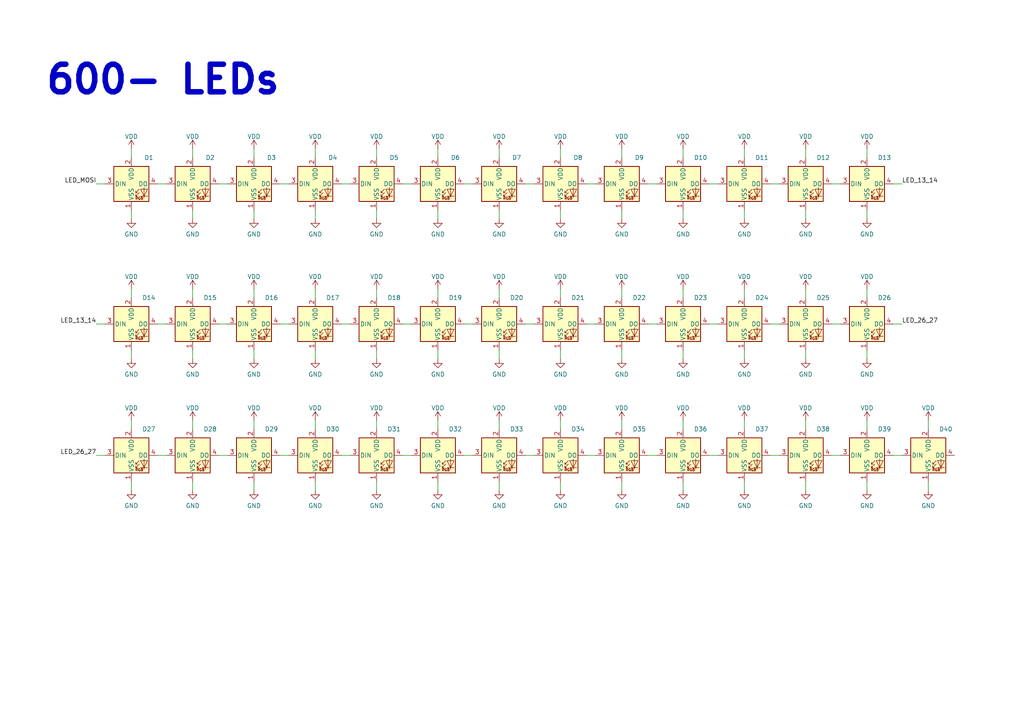
<source format=kicad_sch>
(kicad_sch (version 20211123) (generator eeschema)
  (paper "A4")
  (lib_symbols
    (symbol "Component lib:YF923_2020_WS2812_LED" (pin_names (offset 0.254))
      (property "Reference" "D" (at 5.08 5.715 0))
      (property "Value" "YF923_2020_WS2812_LED" (at 1.27 -5.715 0))
      (symbol "YF923_2020_WS2812_LED_0_0"
        (text "RGB" (at 2.286 -4.191 0) (effects (font (size 0.762 0.762))))
      )
      (symbol "YF923_2020_WS2812_LED_0_1"
        (polyline (pts (xy 1.27 -3.556) (xy 1.778 -3.556)))
        (polyline (pts (xy 1.27 -2.54) (xy 1.778 -2.54)))
        (polyline (pts (xy 4.699 -3.556) (xy 2.667 -3.556)))
        (polyline (pts (xy 2.286 -2.54) (xy 1.27 -3.556) (xy 1.27 -3.048)))
        (polyline (pts (xy 2.286 -1.524) (xy 1.27 -2.54) (xy 1.27 -2.032)))
        (polyline (pts (xy 3.683 -1.016) (xy 3.683 -3.556) (xy 3.683 -4.064)))
        (polyline (pts (xy 4.699 -1.524) (xy 2.667 -1.524) (xy 3.683 -3.556) (xy 4.699 -1.524)))
        (rectangle (start 5.08 5.08) (end -5.08 -5.08) (stroke (width 0.254)) (fill (type background)))
      )
      (symbol "YF923_2020_WS2812_LED_1_1"
        (pin power_in line (at 0 -7.62 90) (length 2.54) (name "VSS") (number "1"))
        (pin power_in line (at 0 7.62 270) (length 2.54) (name "VDD") (number "2"))
        (pin input line (at -7.62 0 0) (length 2.54) (name "DIN") (number "3"))
        (pin output line (at 7.62 0 180) (length 2.54) (name "DO") (number "4"))
      )
    )
    (symbol "power:GND" (power) (pin_names (offset 0))
      (property "Value" "GND" (at 0 -3.81 0))
      (symbol "GND_0_1"
        (polyline (pts (xy 0 0) (xy 0 -1.27) (xy 1.27 -1.27) (xy 0 -2.54) (xy -1.27 -1.27) (xy 0 -1.27)))
      )
      (symbol "GND_1_1"
        (pin power_in line (at 0 0 270) (length 0) hide (name "GND") (number "1"))
      )
    )
    (symbol "power:VDD" (power) (pin_names (offset 0))
      (property "Value" "VDD" (at 0 3.81 0))
      (symbol "VDD_0_1"
        (polyline (pts (xy -0.762 1.27) (xy 0 2.54)))
        (polyline (pts (xy 0 0) (xy 0 2.54)))
        (polyline (pts (xy 0 2.54) (xy 0.762 1.27)))
      )
      (symbol "VDD_1_1"
        (pin power_in line (at 0 0 90) (length 0) hide (name "VDD") (number "1"))
      )
    )
  )
  (wire (pts (xy 144.78 60.96) (xy 144.78 63.5)))
  (wire (pts (xy 152.4 93.98) (xy 154.94 93.98)))
  (wire (pts (xy 127 83.82) (xy 127 86.36)))
  (wire (pts (xy 241.3 132.08) (xy 243.84 132.08)))
  (wire (pts (xy 91.44 83.82) (xy 91.44 86.36)))
  (wire (pts (xy 38.1 43.18) (xy 38.1 45.72)))
  (wire (pts (xy 233.68 43.18) (xy 233.68 45.72)))
  (wire (pts (xy 127 121.92) (xy 127 124.46)))
  (wire (pts (xy 233.68 121.92) (xy 233.68 124.46)))
  (wire (pts (xy 215.9 83.82) (xy 215.9 86.36)))
  (wire (pts (xy 134.62 53.34) (xy 137.16 53.34)))
  (wire (pts (xy 198.12 83.82) (xy 198.12 86.36)))
  (wire (pts (xy 180.34 121.92) (xy 180.34 124.46)))
  (wire (pts (xy 162.56 139.7) (xy 162.56 142.24)))
  (wire (pts (xy 215.9 43.18) (xy 215.9 45.72)))
  (wire (pts (xy 38.1 60.96) (xy 38.1 63.5)))
  (wire (pts (xy 198.12 101.6) (xy 198.12 104.14)))
  (wire (pts (xy 170.18 132.08) (xy 172.72 132.08)))
  (wire (pts (xy 116.84 93.98) (xy 119.38 93.98)))
  (wire (pts (xy 73.66 101.6) (xy 73.66 104.14)))
  (wire (pts (xy 205.74 93.98) (xy 208.28 93.98)))
  (wire (pts (xy 109.22 60.96) (xy 109.22 63.5)))
  (wire (pts (xy 109.22 139.7) (xy 109.22 142.24)))
  (wire (pts (xy 205.74 53.34) (xy 208.28 53.34)))
  (wire (pts (xy 152.4 132.08) (xy 154.94 132.08)))
  (wire (pts (xy 170.18 93.98) (xy 172.72 93.98)))
  (wire (pts (xy 99.06 132.08) (xy 101.6 132.08)))
  (wire (pts (xy 205.74 132.08) (xy 208.28 132.08)))
  (wire (pts (xy 73.66 60.96) (xy 73.66 63.5)))
  (wire (pts (xy 91.44 60.96) (xy 91.44 63.5)))
  (wire (pts (xy 187.96 53.34) (xy 190.5 53.34)))
  (wire (pts (xy 116.84 132.08) (xy 119.38 132.08)))
  (wire (pts (xy 162.56 43.18) (xy 162.56 45.72)))
  (wire (pts (xy 91.44 139.7) (xy 91.44 142.24)))
  (wire (pts (xy 63.5 53.34) (xy 66.04 53.34)))
  (wire (pts (xy 233.68 83.82) (xy 233.68 86.36)))
  (wire (pts (xy 259.08 93.98) (xy 261.62 93.98)))
  (wire (pts (xy 170.18 53.34) (xy 172.72 53.34)))
  (wire (pts (xy 198.12 121.92) (xy 198.12 124.46)))
  (wire (pts (xy 45.72 93.98) (xy 48.26 93.98)))
  (wire (pts (xy 144.78 121.92) (xy 144.78 124.46)))
  (wire (pts (xy 91.44 43.18) (xy 91.44 45.72)))
  (wire (pts (xy 198.12 139.7) (xy 198.12 142.24)))
  (wire (pts (xy 259.08 132.08) (xy 261.62 132.08)))
  (wire (pts (xy 99.06 53.34) (xy 101.6 53.34)))
  (wire (pts (xy 144.78 83.82) (xy 144.78 86.36)))
  (wire (pts (xy 55.88 101.6) (xy 55.88 104.14)))
  (wire (pts (xy 162.56 121.92) (xy 162.56 124.46)))
  (wire (pts (xy 215.9 101.6) (xy 215.9 104.14)))
  (wire (pts (xy 109.22 121.92) (xy 109.22 124.46)))
  (wire (pts (xy 38.1 83.82) (xy 38.1 86.36)))
  (wire (pts (xy 55.88 83.82) (xy 55.88 86.36)))
  (wire (pts (xy 38.1 139.7) (xy 38.1 142.24)))
  (wire (pts (xy 73.66 121.92) (xy 73.66 124.46)))
  (wire (pts (xy 180.34 43.18) (xy 180.34 45.72)))
  (wire (pts (xy 91.44 121.92) (xy 91.44 124.46)))
  (wire (pts (xy 198.12 60.96) (xy 198.12 63.5)))
  (wire (pts (xy 215.9 139.7) (xy 215.9 142.24)))
  (wire (pts (xy 109.22 83.82) (xy 109.22 86.36)))
  (wire (pts (xy 73.66 43.18) (xy 73.66 45.72)))
  (wire (pts (xy 55.88 60.96) (xy 55.88 63.5)))
  (wire (pts (xy 241.3 53.34) (xy 243.84 53.34)))
  (wire (pts (xy 144.78 139.7) (xy 144.78 142.24)))
  (wire (pts (xy 116.84 53.34) (xy 119.38 53.34)))
  (wire (pts (xy 27.94 132.08) (xy 30.48 132.08)))
  (wire (pts (xy 134.62 132.08) (xy 137.16 132.08)))
  (wire (pts (xy 38.1 121.92) (xy 38.1 124.46)))
  (wire (pts (xy 198.12 43.18) (xy 198.12 45.72)))
  (wire (pts (xy 233.68 101.6) (xy 233.68 104.14)))
  (wire (pts (xy 251.46 60.96) (xy 251.46 63.5)))
  (wire (pts (xy 38.1 101.6) (xy 38.1 104.14)))
  (wire (pts (xy 162.56 60.96) (xy 162.56 63.5)))
  (wire (pts (xy 63.5 132.08) (xy 66.04 132.08)))
  (wire (pts (xy 91.44 101.6) (xy 91.44 104.14)))
  (wire (pts (xy 269.24 121.92) (xy 269.24 124.46)))
  (wire (pts (xy 73.66 83.82) (xy 73.66 86.36)))
  (wire (pts (xy 215.9 60.96) (xy 215.9 63.5)))
  (wire (pts (xy 251.46 139.7) (xy 251.46 142.24)))
  (wire (pts (xy 269.24 139.7) (xy 269.24 142.24)))
  (wire (pts (xy 127 101.6) (xy 127 104.14)))
  (wire (pts (xy 55.88 43.18) (xy 55.88 45.72)))
  (wire (pts (xy 127 60.96) (xy 127 63.5)))
  (wire (pts (xy 109.22 101.6) (xy 109.22 104.14)))
  (wire (pts (xy 81.28 53.34) (xy 83.82 53.34)))
  (wire (pts (xy 233.68 60.96) (xy 233.68 63.5)))
  (wire (pts (xy 180.34 101.6) (xy 180.34 104.14)))
  (wire (pts (xy 187.96 132.08) (xy 190.5 132.08)))
  (wire (pts (xy 63.5 93.98) (xy 66.04 93.98)))
  (wire (pts (xy 233.68 139.7) (xy 233.68 142.24)))
  (wire (pts (xy 187.96 93.98) (xy 190.5 93.98)))
  (wire (pts (xy 99.06 93.98) (xy 101.6 93.98)))
  (wire (pts (xy 162.56 101.6) (xy 162.56 104.14)))
  (wire (pts (xy 241.3 93.98) (xy 243.84 93.98)))
  (wire (pts (xy 45.72 132.08) (xy 48.26 132.08)))
  (wire (pts (xy 162.56 83.82) (xy 162.56 86.36)))
  (wire (pts (xy 27.94 93.98) (xy 30.48 93.98)))
  (wire (pts (xy 27.94 53.34) (xy 30.48 53.34)))
  (wire (pts (xy 223.52 132.08) (xy 226.06 132.08)))
  (wire (pts (xy 127 139.7) (xy 127 142.24)))
  (wire (pts (xy 134.62 93.98) (xy 137.16 93.98)))
  (wire (pts (xy 152.4 53.34) (xy 154.94 53.34)))
  (wire (pts (xy 251.46 121.92) (xy 251.46 124.46)))
  (wire (pts (xy 55.88 139.7) (xy 55.88 142.24)))
  (wire (pts (xy 144.78 43.18) (xy 144.78 45.72)))
  (wire (pts (xy 144.78 101.6) (xy 144.78 104.14)))
  (wire (pts (xy 259.08 53.34) (xy 261.62 53.34)))
  (wire (pts (xy 45.72 53.34) (xy 48.26 53.34)))
  (wire (pts (xy 180.34 139.7) (xy 180.34 142.24)))
  (wire (pts (xy 55.88 121.92) (xy 55.88 124.46)))
  (wire (pts (xy 73.66 139.7) (xy 73.66 142.24)))
  (wire (pts (xy 127 43.18) (xy 127 45.72)))
  (wire (pts (xy 180.34 60.96) (xy 180.34 63.5)))
  (wire (pts (xy 251.46 43.18) (xy 251.46 45.72)))
  (wire (pts (xy 251.46 101.6) (xy 251.46 104.14)))
  (wire (pts (xy 251.46 83.82) (xy 251.46 86.36)))
  (wire (pts (xy 223.52 53.34) (xy 226.06 53.34)))
  (wire (pts (xy 81.28 132.08) (xy 83.82 132.08)))
  (wire (pts (xy 180.34 83.82) (xy 180.34 86.36)))
  (wire (pts (xy 223.52 93.98) (xy 226.06 93.98)))
  (wire (pts (xy 215.9 121.92) (xy 215.9 124.46)))
  (wire (pts (xy 81.28 93.98) (xy 83.82 93.98)))
  (wire (pts (xy 109.22 43.18) (xy 109.22 45.72)))
  (text "600- LEDs" (at 12.7 27.94 0) (effects (font (size 8 8) bold) (justify left bottom)))
  (label "LED_13_14" (at 261.62 53.34 0))
  (label "LED_26_27" (at 261.62 93.98 0))
  (label "LED_MOSI" (at 27.94 53.34 180))
  (label "LED_13_14" (at 27.94 93.98 180))
  (label "LED_26_27" (at 27.94 132.08 180))
  (symbol (lib_id "power:VDD") (at 127 121.92 0) (unit 1)
    (property "Reference" "#PWR058" (effects hide))
    (property "Value" "VDD" (at 127 118.3442 0))
  )
  (symbol (lib_id "power:VDD") (at 38.1 121.92 0) (unit 1)
    (property "Reference" "#PWR053" (effects hide))
    (property "Value" "VDD" (at 38.1 118.3442 0))
  )
  (symbol (lib_id "power:GND") (at 144.78 104.14 0) (unit 1)
    (property "Reference" "#PWR046" (effects hide))
    (property "Value" "GND" (at 144.78 108.5834 0))
  )
  (symbol (lib_id "power:VDD") (at 144.78 83.82 0) (unit 1)
    (property "Reference" "#PWR033" (effects hide))
    (property "Value" "VDD" (at 144.78 80.2442 0))
  )
  (symbol (lib_id "power:GND") (at 127 142.24 0) (unit 1)
    (property "Reference" "#PWR072" (effects hide))
    (property "Value" "GND" (at 127 146.6834 0))
  )
  (symbol (lib_id "Component lib:YF923_2020_WS2812_LED") (at 109.22 53.34 0) (unit 1)
    (property "Reference" "D5" (at 114.3 45.72 0))
    (property "Value" "YF923_2020_WS2812_LED" (effects hide))
    (property "Footprint" "Component_lib:YF923_2020_WS2812_LED_DUALSIDE" (effects hide))
    (property "Datasheet" "https://fr.aliexpress.com/item/4000770210584.html?spm=a2g0o.order_list.order_list_main.4.702f5e5bJqEWkF&gatewayAdapt=glo2fra" (effects hide))
  )
  (symbol (lib_id "power:VDD") (at 38.1 43.18 0) (unit 1)
    (property "Reference" "#PWR01" (effects hide))
    (property "Value" "VDD" (at 38.1 39.6042 0))
  )
  (symbol (lib_id "power:GND") (at 73.66 142.24 0) (unit 1)
    (property "Reference" "#PWR069" (effects hide))
    (property "Value" "GND" (at 73.66 146.6834 0))
  )
  (symbol (lib_id "power:VDD") (at 73.66 43.18 0) (unit 1)
    (property "Reference" "#PWR03" (effects hide))
    (property "Value" "VDD" (at 73.66 39.6042 0))
  )
  (symbol (lib_id "power:GND") (at 109.22 142.24 0) (unit 1)
    (property "Reference" "#PWR071" (effects hide))
    (property "Value" "GND" (at 109.22 146.6834 0))
  )
  (symbol (lib_id "power:GND") (at 198.12 142.24 0) (unit 1)
    (property "Reference" "#PWR076" (effects hide))
    (property "Value" "GND" (at 198.12 146.6834 0))
  )
  (symbol (lib_id "Component lib:YF923_2020_WS2812_LED") (at 198.12 53.34 0) (unit 1)
    (property "Reference" "D10" (at 203.2 45.72 0))
    (property "Value" "YF923_2020_WS2812_LED" (effects hide))
    (property "Footprint" "Component_lib:YF923_2020_WS2812_LED_DUALSIDE" (effects hide))
    (property "Datasheet" "https://fr.aliexpress.com/item/4000770210584.html?spm=a2g0o.order_list.order_list_main.4.702f5e5bJqEWkF&gatewayAdapt=glo2fra" (effects hide))
  )
  (symbol (lib_id "Component lib:YF923_2020_WS2812_LED") (at 180.34 53.34 0) (unit 1)
    (property "Reference" "D9" (at 185.42 45.72 0))
    (property "Value" "YF923_2020_WS2812_LED" (effects hide))
    (property "Footprint" "Component_lib:YF923_2020_WS2812_LED_DUALSIDE" (effects hide))
    (property "Datasheet" "https://fr.aliexpress.com/item/4000770210584.html?spm=a2g0o.order_list.order_list_main.4.702f5e5bJqEWkF&gatewayAdapt=glo2fra" (effects hide))
  )
  (symbol (lib_id "Component lib:YF923_2020_WS2812_LED") (at 180.34 93.98 0) (unit 1)
    (property "Reference" "D22" (at 185.42 86.36 0))
    (property "Value" "YF923_2020_WS2812_LED" (effects hide))
    (property "Footprint" "Component_lib:YF923_2020_WS2812_LED_DUALSIDE" (effects hide))
    (property "Datasheet" "https://fr.aliexpress.com/item/4000770210584.html?spm=a2g0o.order_list.order_list_main.4.702f5e5bJqEWkF&gatewayAdapt=glo2fra" (effects hide))
  )
  (symbol (lib_id "power:VDD") (at 127 43.18 0) (unit 1)
    (property "Reference" "#PWR06" (effects hide))
    (property "Value" "VDD" (at 127 39.6042 0))
  )
  (symbol (lib_id "Component lib:YF923_2020_WS2812_LED") (at 180.34 132.08 0) (unit 1)
    (property "Reference" "D35" (at 185.42 124.46 0))
    (property "Value" "YF923_2020_WS2812_LED" (effects hide))
    (property "Footprint" "Component_lib:YF923_2020_WS2812_LED_DUALSIDE" (effects hide))
    (property "Datasheet" "https://fr.aliexpress.com/item/4000770210584.html?spm=a2g0o.order_list.order_list_main.4.702f5e5bJqEWkF&gatewayAdapt=glo2fra" (effects hide))
  )
  (symbol (lib_id "Component lib:YF923_2020_WS2812_LED") (at 162.56 93.98 0) (unit 1)
    (property "Reference" "D21" (at 167.64 86.36 0))
    (property "Value" "YF923_2020_WS2812_LED" (effects hide))
    (property "Footprint" "Component_lib:YF923_2020_WS2812_LED_DUALSIDE" (effects hide))
    (property "Datasheet" "https://fr.aliexpress.com/item/4000770210584.html?spm=a2g0o.order_list.order_list_main.4.702f5e5bJqEWkF&gatewayAdapt=glo2fra" (effects hide))
  )
  (symbol (lib_id "Component lib:YF923_2020_WS2812_LED") (at 144.78 53.34 0) (unit 1)
    (property "Reference" "D7" (at 149.86 45.72 0))
    (property "Value" "YF923_2020_WS2812_LED" (effects hide))
    (property "Footprint" "Component_lib:YF923_2020_WS2812_LED_DUALSIDE" (effects hide))
    (property "Datasheet" "https://fr.aliexpress.com/item/4000770210584.html?spm=a2g0o.order_list.order_list_main.4.702f5e5bJqEWkF&gatewayAdapt=glo2fra" (effects hide))
  )
  (symbol (lib_id "power:GND") (at 55.88 142.24 0) (unit 1)
    (property "Reference" "#PWR068" (effects hide))
    (property "Value" "GND" (at 55.88 146.6834 0))
  )
  (symbol (lib_id "Component lib:YF923_2020_WS2812_LED") (at 109.22 132.08 0) (unit 1)
    (property "Reference" "D31" (at 114.3 124.46 0))
    (property "Value" "YF923_2020_WS2812_LED" (effects hide))
    (property "Footprint" "Component_lib:YF923_2020_WS2812_LED_DUALSIDE" (effects hide))
    (property "Datasheet" "https://fr.aliexpress.com/item/4000770210584.html?spm=a2g0o.order_list.order_list_main.4.702f5e5bJqEWkF&gatewayAdapt=glo2fra" (effects hide))
  )
  (symbol (lib_id "Component lib:YF923_2020_WS2812_LED") (at 251.46 93.98 0) (unit 1)
    (property "Reference" "D26" (at 256.54 86.36 0))
    (property "Value" "YF923_2020_WS2812_LED" (effects hide))
    (property "Footprint" "Component_lib:YF923_2020_WS2812_LED_DUALSIDE" (effects hide))
    (property "Datasheet" "https://fr.aliexpress.com/item/4000770210584.html?spm=a2g0o.order_list.order_list_main.4.702f5e5bJqEWkF&gatewayAdapt=glo2fra" (effects hide))
  )
  (symbol (lib_id "power:GND") (at 91.44 142.24 0) (unit 1)
    (property "Reference" "#PWR070" (effects hide))
    (property "Value" "GND" (at 91.44 146.6834 0))
  )
  (symbol (lib_id "Component lib:YF923_2020_WS2812_LED") (at 162.56 53.34 0) (unit 1)
    (property "Reference" "D8" (at 167.64 45.72 0))
    (property "Value" "YF923_2020_WS2812_LED" (effects hide))
    (property "Footprint" "Component_lib:YF923_2020_WS2812_LED_DUALSIDE" (effects hide))
    (property "Datasheet" "https://fr.aliexpress.com/item/4000770210584.html?spm=a2g0o.order_list.order_list_main.4.702f5e5bJqEWkF&gatewayAdapt=glo2fra" (effects hide))
  )
  (symbol (lib_id "power:GND") (at 127 104.14 0) (unit 1)
    (property "Reference" "#PWR045" (effects hide))
    (property "Value" "GND" (at 127 108.5834 0))
  )
  (symbol (lib_id "Component lib:YF923_2020_WS2812_LED") (at 251.46 53.34 0) (unit 1)
    (property "Reference" "D13" (at 256.54 45.72 0))
    (property "Value" "YF923_2020_WS2812_LED" (effects hide))
    (property "Footprint" "Component_lib:YF923_2020_WS2812_LED_DUALSIDE" (effects hide))
    (property "Datasheet" "https://fr.aliexpress.com/item/4000770210584.html?spm=a2g0o.order_list.order_list_main.4.702f5e5bJqEWkF&gatewayAdapt=glo2fra" (effects hide))
  )
  (symbol (lib_id "Component lib:YF923_2020_WS2812_LED") (at 251.46 132.08 0) (unit 1)
    (property "Reference" "D39" (at 256.54 124.46 0))
    (property "Value" "YF923_2020_WS2812_LED" (effects hide))
    (property "Footprint" "Component_lib:YF923_2020_WS2812_LED_DUALSIDE" (effects hide))
    (property "Datasheet" "https://fr.aliexpress.com/item/4000770210584.html?spm=a2g0o.order_list.order_list_main.4.702f5e5bJqEWkF&gatewayAdapt=glo2fra" (effects hide))
  )
  (symbol (lib_id "power:VDD") (at 251.46 43.18 0) (unit 1)
    (property "Reference" "#PWR013" (effects hide))
    (property "Value" "VDD" (at 251.46 39.6042 0))
  )
  (symbol (lib_id "Component lib:YF923_2020_WS2812_LED") (at 233.68 132.08 0) (unit 1)
    (property "Reference" "D38" (at 238.76 124.46 0))
    (property "Value" "YF923_2020_WS2812_LED" (effects hide))
    (property "Footprint" "Component_lib:YF923_2020_WS2812_LED_DUALSIDE" (effects hide))
    (property "Datasheet" "https://fr.aliexpress.com/item/4000770210584.html?spm=a2g0o.order_list.order_list_main.4.702f5e5bJqEWkF&gatewayAdapt=glo2fra" (effects hide))
  )
  (symbol (lib_id "power:VDD") (at 55.88 121.92 0) (unit 1)
    (property "Reference" "#PWR054" (effects hide))
    (property "Value" "VDD" (at 55.88 118.3442 0))
  )
  (symbol (lib_id "Component lib:YF923_2020_WS2812_LED") (at 162.56 132.08 0) (unit 1)
    (property "Reference" "D34" (at 167.64 124.46 0))
    (property "Value" "YF923_2020_WS2812_LED" (effects hide))
    (property "Footprint" "Component_lib:YF923_2020_WS2812_LED_DUALSIDE" (effects hide))
    (property "Datasheet" "https://fr.aliexpress.com/item/4000770210584.html?spm=a2g0o.order_list.order_list_main.4.702f5e5bJqEWkF&gatewayAdapt=glo2fra" (effects hide))
  )
  (symbol (lib_id "power:GND") (at 144.78 142.24 0) (unit 1)
    (property "Reference" "#PWR073" (effects hide))
    (property "Value" "GND" (at 144.78 146.6834 0))
  )
  (symbol (lib_id "Component lib:YF923_2020_WS2812_LED") (at 127 132.08 0) (unit 1)
    (property "Reference" "D32" (at 132.08 124.46 0))
    (property "Value" "YF923_2020_WS2812_LED" (effects hide))
    (property "Footprint" "Component_lib:YF923_2020_WS2812_LED_DUALSIDE" (effects hide))
    (property "Datasheet" "https://fr.aliexpress.com/item/4000770210584.html?spm=a2g0o.order_list.order_list_main.4.702f5e5bJqEWkF&gatewayAdapt=glo2fra" (effects hide))
  )
  (symbol (lib_id "power:VDD") (at 38.1 83.82 0) (unit 1)
    (property "Reference" "#PWR027" (effects hide))
    (property "Value" "VDD" (at 38.1 80.2442 0))
  )
  (symbol (lib_id "Component lib:YF923_2020_WS2812_LED") (at 73.66 132.08 0) (unit 1)
    (property "Reference" "D29" (at 78.74 124.46 0))
    (property "Value" "YF923_2020_WS2812_LED" (effects hide))
    (property "Footprint" "Component_lib:YF923_2020_WS2812_LED_DUALSIDE" (effects hide))
    (property "Datasheet" "https://fr.aliexpress.com/item/4000770210584.html?spm=a2g0o.order_list.order_list_main.4.702f5e5bJqEWkF&gatewayAdapt=glo2fra" (effects hide))
  )
  (symbol (lib_id "power:GND") (at 251.46 142.24 0) (unit 1)
    (property "Reference" "#PWR079" (effects hide))
    (property "Value" "GND" (at 251.46 146.6834 0))
  )
  (symbol (lib_id "power:VDD") (at 127 83.82 0) (unit 1)
    (property "Reference" "#PWR032" (effects hide))
    (property "Value" "VDD" (at 127 80.2442 0))
  )
  (symbol (lib_id "Component lib:YF923_2020_WS2812_LED") (at 38.1 93.98 0) (unit 1)
    (property "Reference" "D14" (at 43.18 86.36 0))
    (property "Value" "YF923_2020_WS2812_LED" (effects hide))
    (property "Footprint" "Component_lib:YF923_2020_WS2812_LED_DUALSIDE" (effects hide))
    (property "Datasheet" "https://fr.aliexpress.com/item/4000770210584.html?spm=a2g0o.order_list.order_list_main.4.702f5e5bJqEWkF&gatewayAdapt=glo2fra" (effects hide))
  )
  (symbol (lib_id "power:GND") (at 38.1 104.14 0) (unit 1)
    (property "Reference" "#PWR040" (effects hide))
    (property "Value" "GND" (at 38.1 108.5834 0))
  )
  (symbol (lib_id "power:GND") (at 269.24 142.24 0) (unit 1)
    (property "Reference" "#PWR080" (effects hide))
    (property "Value" "GND" (at 269.24 146.6834 0))
  )
  (symbol (lib_id "power:VDD") (at 233.68 121.92 0) (unit 1)
    (property "Reference" "#PWR064" (effects hide))
    (property "Value" "VDD" (at 233.68 118.3442 0))
  )
  (symbol (lib_id "Component lib:YF923_2020_WS2812_LED") (at 109.22 93.98 0) (unit 1)
    (property "Reference" "D18" (at 114.3 86.36 0))
    (property "Value" "YF923_2020_WS2812_LED" (effects hide))
    (property "Footprint" "Component_lib:YF923_2020_WS2812_LED_DUALSIDE" (effects hide))
    (property "Datasheet" "https://fr.aliexpress.com/item/4000770210584.html?spm=a2g0o.order_list.order_list_main.4.702f5e5bJqEWkF&gatewayAdapt=glo2fra" (effects hide))
  )
  (symbol (lib_id "Component lib:YF923_2020_WS2812_LED") (at 91.44 53.34 0) (unit 1)
    (property "Reference" "D4" (at 96.52 45.72 0))
    (property "Value" "YF923_2020_WS2812_LED" (effects hide))
    (property "Footprint" "Component_lib:YF923_2020_WS2812_LED_DUALSIDE" (effects hide))
    (property "Datasheet" "https://fr.aliexpress.com/item/4000770210584.html?spm=a2g0o.order_list.order_list_main.4.702f5e5bJqEWkF&gatewayAdapt=glo2fra" (effects hide))
  )
  (symbol (lib_id "power:GND") (at 180.34 142.24 0) (unit 1)
    (property "Reference" "#PWR075" (effects hide))
    (property "Value" "GND" (at 180.34 146.6834 0))
  )
  (symbol (lib_id "power:GND") (at 127 63.5 0) (unit 1)
    (property "Reference" "#PWR019" (effects hide))
    (property "Value" "GND" (at 127 67.9434 0))
  )
  (symbol (lib_id "power:VDD") (at 198.12 83.82 0) (unit 1)
    (property "Reference" "#PWR036" (effects hide))
    (property "Value" "VDD" (at 198.12 80.2442 0))
  )
  (symbol (lib_id "Component lib:YF923_2020_WS2812_LED") (at 73.66 93.98 0) (unit 1)
    (property "Reference" "D16" (at 78.74 86.36 0))
    (property "Value" "YF923_2020_WS2812_LED" (effects hide))
    (property "Footprint" "Component_lib:YF923_2020_WS2812_LED_DUALSIDE" (effects hide))
    (property "Datasheet" "https://fr.aliexpress.com/item/4000770210584.html?spm=a2g0o.order_list.order_list_main.4.702f5e5bJqEWkF&gatewayAdapt=glo2fra" (effects hide))
  )
  (symbol (lib_id "power:GND") (at 198.12 104.14 0) (unit 1)
    (property "Reference" "#PWR049" (effects hide))
    (property "Value" "GND" (at 198.12 108.5834 0))
  )
  (symbol (lib_id "Component lib:YF923_2020_WS2812_LED") (at 144.78 132.08 0) (unit 1)
    (property "Reference" "D33" (at 149.86 124.46 0))
    (property "Value" "YF923_2020_WS2812_LED" (effects hide))
    (property "Footprint" "Component_lib:YF923_2020_WS2812_LED_DUALSIDE" (effects hide))
    (property "Datasheet" "https://fr.aliexpress.com/item/4000770210584.html?spm=a2g0o.order_list.order_list_main.4.702f5e5bJqEWkF&gatewayAdapt=glo2fra" (effects hide))
  )
  (symbol (lib_id "power:GND") (at 55.88 104.14 0) (unit 1)
    (property "Reference" "#PWR041" (effects hide))
    (property "Value" "GND" (at 55.88 108.5834 0))
  )
  (symbol (lib_id "Component lib:YF923_2020_WS2812_LED") (at 215.9 93.98 0) (unit 1)
    (property "Reference" "D24" (at 220.98 86.36 0))
    (property "Value" "YF923_2020_WS2812_LED" (effects hide))
    (property "Footprint" "Component_lib:YF923_2020_WS2812_LED_DUALSIDE" (effects hide))
    (property "Datasheet" "https://fr.aliexpress.com/item/4000770210584.html?spm=a2g0o.order_list.order_list_main.4.702f5e5bJqEWkF&gatewayAdapt=glo2fra" (effects hide))
  )
  (symbol (lib_id "power:VDD") (at 251.46 121.92 0) (unit 1)
    (property "Reference" "#PWR065" (effects hide))
    (property "Value" "VDD" (at 251.46 118.3442 0))
  )
  (symbol (lib_id "Component lib:YF923_2020_WS2812_LED") (at 233.68 53.34 0) (unit 1)
    (property "Reference" "D12" (at 238.76 45.72 0))
    (property "Value" "YF923_2020_WS2812_LED" (effects hide))
    (property "Footprint" "Component_lib:YF923_2020_WS2812_LED_DUALSIDE" (effects hide))
    (property "Datasheet" "https://fr.aliexpress.com/item/4000770210584.html?spm=a2g0o.order_list.order_list_main.4.702f5e5bJqEWkF&gatewayAdapt=glo2fra" (effects hide))
  )
  (symbol (lib_id "Component lib:YF923_2020_WS2812_LED") (at 127 93.98 0) (unit 1)
    (property "Reference" "D19" (at 132.08 86.36 0))
    (property "Value" "YF923_2020_WS2812_LED" (effects hide))
    (property "Footprint" "Component_lib:YF923_2020_WS2812_LED_DUALSIDE" (effects hide))
    (property "Datasheet" "https://fr.aliexpress.com/item/4000770210584.html?spm=a2g0o.order_list.order_list_main.4.702f5e5bJqEWkF&gatewayAdapt=glo2fra" (effects hide))
  )
  (symbol (lib_id "power:GND") (at 233.68 63.5 0) (unit 1)
    (property "Reference" "#PWR025" (effects hide))
    (property "Value" "GND" (at 233.68 67.9434 0))
  )
  (symbol (lib_id "power:VDD") (at 198.12 43.18 0) (unit 1)
    (property "Reference" "#PWR010" (effects hide))
    (property "Value" "VDD" (at 198.12 39.6042 0))
  )
  (symbol (lib_id "Component lib:YF923_2020_WS2812_LED") (at 144.78 93.98 0) (unit 1)
    (property "Reference" "D20" (at 149.86 86.36 0))
    (property "Value" "YF923_2020_WS2812_LED" (effects hide))
    (property "Footprint" "Component_lib:YF923_2020_WS2812_LED_DUALSIDE" (effects hide))
    (property "Datasheet" "https://fr.aliexpress.com/item/4000770210584.html?spm=a2g0o.order_list.order_list_main.4.702f5e5bJqEWkF&gatewayAdapt=glo2fra" (effects hide))
  )
  (symbol (lib_id "power:GND") (at 180.34 63.5 0) (unit 1)
    (property "Reference" "#PWR022" (effects hide))
    (property "Value" "GND" (at 180.34 67.9434 0))
  )
  (symbol (lib_id "power:VDD") (at 109.22 43.18 0) (unit 1)
    (property "Reference" "#PWR05" (effects hide))
    (property "Value" "VDD" (at 109.22 39.6042 0))
  )
  (symbol (lib_id "power:VDD") (at 91.44 83.82 0) (unit 1)
    (property "Reference" "#PWR030" (effects hide))
    (property "Value" "VDD" (at 91.44 80.2442 0))
  )
  (symbol (lib_id "Component lib:YF923_2020_WS2812_LED") (at 215.9 53.34 0) (unit 1)
    (property "Reference" "D11" (at 220.98 45.72 0))
    (property "Value" "YF923_2020_WS2812_LED" (effects hide))
    (property "Footprint" "Component_lib:YF923_2020_WS2812_LED_DUALSIDE" (effects hide))
    (property "Datasheet" "https://fr.aliexpress.com/item/4000770210584.html?spm=a2g0o.order_list.order_list_main.4.702f5e5bJqEWkF&gatewayAdapt=glo2fra" (effects hide))
  )
  (symbol (lib_id "power:GND") (at 180.34 104.14 0) (unit 1)
    (property "Reference" "#PWR048" (effects hide))
    (property "Value" "GND" (at 180.34 108.5834 0))
  )
  (symbol (lib_id "power:VDD") (at 269.24 121.92 0) (unit 1)
    (property "Reference" "#PWR066" (effects hide))
    (property "Value" "VDD" (at 269.24 118.3442 0))
  )
  (symbol (lib_id "power:VDD") (at 215.9 43.18 0) (unit 1)
    (property "Reference" "#PWR011" (effects hide))
    (property "Value" "VDD" (at 215.9 39.6042 0))
  )
  (symbol (lib_id "Component lib:YF923_2020_WS2812_LED") (at 55.88 53.34 0) (unit 1)
    (property "Reference" "D2" (at 60.96 45.72 0))
    (property "Value" "YF923_2020_WS2812_LED" (effects hide))
    (property "Footprint" "Component_lib:YF923_2020_WS2812_LED_DUALSIDE" (effects hide))
    (property "Datasheet" "https://fr.aliexpress.com/item/4000770210584.html?spm=a2g0o.order_list.order_list_main.4.702f5e5bJqEWkF&gatewayAdapt=glo2fra" (effects hide))
  )
  (symbol (lib_id "Component lib:YF923_2020_WS2812_LED") (at 127 53.34 0) (unit 1)
    (property "Reference" "D6" (at 132.08 45.72 0))
    (property "Value" "YF923_2020_WS2812_LED" (effects hide))
    (property "Footprint" "Component_lib:YF923_2020_WS2812_LED_DUALSIDE" (effects hide))
    (property "Datasheet" "https://fr.aliexpress.com/item/4000770210584.html?spm=a2g0o.order_list.order_list_main.4.702f5e5bJqEWkF&gatewayAdapt=glo2fra" (effects hide))
  )
  (symbol (lib_id "power:VDD") (at 55.88 43.18 0) (unit 1)
    (property "Reference" "#PWR02" (effects hide))
    (property "Value" "VDD" (at 55.88 39.6042 0))
  )
  (symbol (lib_id "power:VDD") (at 215.9 83.82 0) (unit 1)
    (property "Reference" "#PWR037" (effects hide))
    (property "Value" "VDD" (at 215.9 80.2442 0))
  )
  (symbol (lib_id "power:VDD") (at 162.56 121.92 0) (unit 1)
    (property "Reference" "#PWR060" (effects hide))
    (property "Value" "VDD" (at 162.56 118.3442 0))
  )
  (symbol (lib_id "power:GND") (at 109.22 104.14 0) (unit 1)
    (property "Reference" "#PWR044" (effects hide))
    (property "Value" "GND" (at 109.22 108.5834 0))
  )
  (symbol (lib_id "Component lib:YF923_2020_WS2812_LED") (at 38.1 132.08 0) (unit 1)
    (property "Reference" "D27" (at 43.18 124.46 0))
    (property "Value" "YF923_2020_WS2812_LED" (effects hide))
    (property "Footprint" "Component_lib:YF923_2020_WS2812_LED_DUALSIDE" (effects hide))
    (property "Datasheet" "https://fr.aliexpress.com/item/4000770210584.html?spm=a2g0o.order_list.order_list_main.4.702f5e5bJqEWkF&gatewayAdapt=glo2fra" (effects hide))
  )
  (symbol (lib_id "power:GND") (at 91.44 104.14 0) (unit 1)
    (property "Reference" "#PWR043" (effects hide))
    (property "Value" "GND" (at 91.44 108.5834 0))
  )
  (symbol (lib_id "power:GND") (at 91.44 63.5 0) (unit 1)
    (property "Reference" "#PWR017" (effects hide))
    (property "Value" "GND" (at 91.44 67.9434 0))
  )
  (symbol (lib_id "Component lib:YF923_2020_WS2812_LED") (at 38.1 53.34 0) (unit 1)
    (property "Reference" "D1" (at 43.18 45.72 0))
    (property "Value" "YF923_2020_WS2812_LED" (effects hide))
    (property "Footprint" "Component_lib:YF923_2020_WS2812_LED_DUALSIDE" (effects hide))
    (property "Datasheet" "https://fr.aliexpress.com/item/4000770210584.html?spm=a2g0o.order_list.order_list_main.4.702f5e5bJqEWkF&gatewayAdapt=glo2fra" (effects hide))
  )
  (symbol (lib_id "power:VDD") (at 91.44 43.18 0) (unit 1)
    (property "Reference" "#PWR04" (effects hide))
    (property "Value" "VDD" (at 91.44 39.6042 0))
  )
  (symbol (lib_id "power:VDD") (at 180.34 121.92 0) (unit 1)
    (property "Reference" "#PWR061" (effects hide))
    (property "Value" "VDD" (at 180.34 118.3442 0))
  )
  (symbol (lib_id "power:VDD") (at 73.66 121.92 0) (unit 1)
    (property "Reference" "#PWR055" (effects hide))
    (property "Value" "VDD" (at 73.66 118.3442 0))
  )
  (symbol (lib_id "power:VDD") (at 144.78 121.92 0) (unit 1)
    (property "Reference" "#PWR059" (effects hide))
    (property "Value" "VDD" (at 144.78 118.3442 0))
  )
  (symbol (lib_id "power:GND") (at 233.68 142.24 0) (unit 1)
    (property "Reference" "#PWR078" (effects hide))
    (property "Value" "GND" (at 233.68 146.6834 0))
  )
  (symbol (lib_id "Component lib:YF923_2020_WS2812_LED") (at 198.12 93.98 0) (unit 1)
    (property "Reference" "D23" (at 203.2 86.36 0))
    (property "Value" "YF923_2020_WS2812_LED" (effects hide))
    (property "Footprint" "Component_lib:YF923_2020_WS2812_LED_DUALSIDE" (effects hide))
    (property "Datasheet" "https://fr.aliexpress.com/item/4000770210584.html?spm=a2g0o.order_list.order_list_main.4.702f5e5bJqEWkF&gatewayAdapt=glo2fra" (effects hide))
  )
  (symbol (lib_id "Component lib:YF923_2020_WS2812_LED") (at 198.12 132.08 0) (unit 1)
    (property "Reference" "D36" (at 203.2 124.46 0))
    (property "Value" "YF923_2020_WS2812_LED" (effects hide))
    (property "Footprint" "Component_lib:YF923_2020_WS2812_LED_DUALSIDE" (effects hide))
    (property "Datasheet" "https://fr.aliexpress.com/item/4000770210584.html?spm=a2g0o.order_list.order_list_main.4.702f5e5bJqEWkF&gatewayAdapt=glo2fra" (effects hide))
  )
  (symbol (lib_id "power:VDD") (at 215.9 121.92 0) (unit 1)
    (property "Reference" "#PWR063" (effects hide))
    (property "Value" "VDD" (at 215.9 118.3442 0))
  )
  (symbol (lib_id "power:GND") (at 251.46 104.14 0) (unit 1)
    (property "Reference" "#PWR052" (effects hide))
    (property "Value" "GND" (at 251.46 108.5834 0))
  )
  (symbol (lib_id "power:GND") (at 215.9 63.5 0) (unit 1)
    (property "Reference" "#PWR024" (effects hide))
    (property "Value" "GND" (at 215.9 67.9434 0))
  )
  (symbol (lib_id "power:GND") (at 38.1 63.5 0) (unit 1)
    (property "Reference" "#PWR014" (effects hide))
    (property "Value" "GND" (at 38.1 67.9434 0))
  )
  (symbol (lib_id "power:VDD") (at 55.88 83.82 0) (unit 1)
    (property "Reference" "#PWR028" (effects hide))
    (property "Value" "VDD" (at 55.88 80.2442 0))
  )
  (symbol (lib_id "power:VDD") (at 91.44 121.92 0) (unit 1)
    (property "Reference" "#PWR056" (effects hide))
    (property "Value" "VDD" (at 91.44 118.3442 0))
  )
  (symbol (lib_id "power:GND") (at 73.66 63.5 0) (unit 1)
    (property "Reference" "#PWR016" (effects hide))
    (property "Value" "GND" (at 73.66 67.9434 0))
  )
  (symbol (lib_id "Component lib:YF923_2020_WS2812_LED") (at 269.24 132.08 0) (unit 1)
    (property "Reference" "D40" (at 274.32 124.46 0))
    (property "Value" "YF923_2020_WS2812_LED" (effects hide))
    (property "Footprint" "Component_lib:YF923_2020_WS2812_LED_DUALSIDE" (effects hide))
    (property "Datasheet" "https://fr.aliexpress.com/item/4000770210584.html?spm=a2g0o.order_list.order_list_main.4.702f5e5bJqEWkF&gatewayAdapt=glo2fra" (effects hide))
  )
  (symbol (lib_id "power:GND") (at 215.9 142.24 0) (unit 1)
    (property "Reference" "#PWR077" (effects hide))
    (property "Value" "GND" (at 215.9 146.6834 0))
  )
  (symbol (lib_id "power:VDD") (at 109.22 83.82 0) (unit 1)
    (property "Reference" "#PWR031" (effects hide))
    (property "Value" "VDD" (at 109.22 80.2442 0))
  )
  (symbol (lib_id "power:GND") (at 162.56 104.14 0) (unit 1)
    (property "Reference" "#PWR047" (effects hide))
    (property "Value" "GND" (at 162.56 108.5834 0))
  )
  (symbol (lib_id "Component lib:YF923_2020_WS2812_LED") (at 91.44 132.08 0) (unit 1)
    (property "Reference" "D30" (at 96.52 124.46 0))
    (property "Value" "YF923_2020_WS2812_LED" (effects hide))
    (property "Footprint" "Component_lib:YF923_2020_WS2812_LED_DUALSIDE" (effects hide))
    (property "Datasheet" "https://fr.aliexpress.com/item/4000770210584.html?spm=a2g0o.order_list.order_list_main.4.702f5e5bJqEWkF&gatewayAdapt=glo2fra" (effects hide))
  )
  (symbol (lib_id "power:GND") (at 251.46 63.5 0) (unit 1)
    (property "Reference" "#PWR026" (effects hide))
    (property "Value" "GND" (at 251.46 67.9434 0))
  )
  (symbol (lib_id "power:VDD") (at 198.12 121.92 0) (unit 1)
    (property "Reference" "#PWR062" (effects hide))
    (property "Value" "VDD" (at 198.12 118.3442 0))
  )
  (symbol (lib_id "power:VDD") (at 144.78 43.18 0) (unit 1)
    (property "Reference" "#PWR07" (effects hide))
    (property "Value" "VDD" (at 144.78 39.6042 0))
  )
  (symbol (lib_id "Component lib:YF923_2020_WS2812_LED") (at 55.88 132.08 0) (unit 1)
    (property "Reference" "D28" (at 60.96 124.46 0))
    (property "Value" "YF923_2020_WS2812_LED" (effects hide))
    (property "Footprint" "Component_lib:YF923_2020_WS2812_LED_DUALSIDE" (effects hide))
    (property "Datasheet" "https://fr.aliexpress.com/item/4000770210584.html?spm=a2g0o.order_list.order_list_main.4.702f5e5bJqEWkF&gatewayAdapt=glo2fra" (effects hide))
  )
  (symbol (lib_id "power:GND") (at 215.9 104.14 0) (unit 1)
    (property "Reference" "#PWR050" (effects hide))
    (property "Value" "GND" (at 215.9 108.5834 0))
  )
  (symbol (lib_id "power:VDD") (at 180.34 83.82 0) (unit 1)
    (property "Reference" "#PWR035" (effects hide))
    (property "Value" "VDD" (at 180.34 80.2442 0))
  )
  (symbol (lib_id "power:GND") (at 198.12 63.5 0) (unit 1)
    (property "Reference" "#PWR023" (effects hide))
    (property "Value" "GND" (at 198.12 67.9434 0))
  )
  (symbol (lib_id "Component lib:YF923_2020_WS2812_LED") (at 55.88 93.98 0) (unit 1)
    (property "Reference" "D15" (at 60.96 86.36 0))
    (property "Value" "YF923_2020_WS2812_LED" (effects hide))
    (property "Footprint" "Component_lib:YF923_2020_WS2812_LED_DUALSIDE" (effects hide))
    (property "Datasheet" "https://fr.aliexpress.com/item/4000770210584.html?spm=a2g0o.order_list.order_list_main.4.702f5e5bJqEWkF&gatewayAdapt=glo2fra" (effects hide))
  )
  (symbol (lib_id "power:GND") (at 73.66 104.14 0) (unit 1)
    (property "Reference" "#PWR042" (effects hide))
    (property "Value" "GND" (at 73.66 108.5834 0))
  )
  (symbol (lib_id "power:GND") (at 233.68 104.14 0) (unit 1)
    (property "Reference" "#PWR051" (effects hide))
    (property "Value" "GND" (at 233.68 108.5834 0))
  )
  (symbol (lib_id "power:VDD") (at 233.68 43.18 0) (unit 1)
    (property "Reference" "#PWR012" (effects hide))
    (property "Value" "VDD" (at 233.68 39.6042 0))
  )
  (symbol (lib_id "power:VDD") (at 233.68 83.82 0) (unit 1)
    (property "Reference" "#PWR038" (effects hide))
    (property "Value" "VDD" (at 233.68 80.2442 0))
  )
  (symbol (lib_id "power:VDD") (at 162.56 83.82 0) (unit 1)
    (property "Reference" "#PWR034" (effects hide))
    (property "Value" "VDD" (at 162.56 80.2442 0))
  )
  (symbol (lib_id "power:GND") (at 109.22 63.5 0) (unit 1)
    (property "Reference" "#PWR018" (effects hide))
    (property "Value" "GND" (at 109.22 67.9434 0))
  )
  (symbol (lib_id "power:VDD") (at 73.66 83.82 0) (unit 1)
    (property "Reference" "#PWR029" (effects hide))
    (property "Value" "VDD" (at 73.66 80.2442 0))
  )
  (symbol (lib_id "Component lib:YF923_2020_WS2812_LED") (at 91.44 93.98 0) (unit 1)
    (property "Reference" "D17" (at 96.52 86.36 0))
    (property "Value" "YF923_2020_WS2812_LED" (effects hide))
    (property "Footprint" "Component_lib:YF923_2020_WS2812_LED_DUALSIDE" (effects hide))
    (property "Datasheet" "https://fr.aliexpress.com/item/4000770210584.html?spm=a2g0o.order_list.order_list_main.4.702f5e5bJqEWkF&gatewayAdapt=glo2fra" (effects hide))
  )
  (symbol (lib_id "power:VDD") (at 109.22 121.92 0) (unit 1)
    (property "Reference" "#PWR057" (effects hide))
    (property "Value" "VDD" (at 109.22 118.3442 0))
  )
  (symbol (lib_id "Component lib:YF923_2020_WS2812_LED") (at 233.68 93.98 0) (unit 1)
    (property "Reference" "D25" (at 238.76 86.36 0))
    (property "Value" "YF923_2020_WS2812_LED" (effects hide))
    (property "Footprint" "Component_lib:YF923_2020_WS2812_LED_DUALSIDE" (effects hide))
    (property "Datasheet" "https://fr.aliexpress.com/item/4000770210584.html?spm=a2g0o.order_list.order_list_main.4.702f5e5bJqEWkF&gatewayAdapt=glo2fra" (effects hide))
  )
  (symbol (lib_id "power:GND") (at 38.1 142.24 0) (unit 1)
    (property "Reference" "#PWR067" (effects hide))
    (property "Value" "GND" (at 38.1 146.6834 0))
  )
  (symbol (lib_id "power:VDD") (at 180.34 43.18 0) (unit 1)
    (property "Reference" "#PWR09" (effects hide))
    (property "Value" "VDD" (at 180.34 39.6042 0))
  )
  (symbol (lib_id "power:VDD") (at 162.56 43.18 0) (unit 1)
    (property "Reference" "#PWR08" (effects hide))
    (property "Value" "VDD" (at 162.56 39.6042 0))
  )
  (symbol (lib_id "power:GND") (at 144.78 63.5 0) (unit 1)
    (property "Reference" "#PWR020" (effects hide))
    (property "Value" "GND" (at 144.78 67.9434 0))
  )
  (symbol (lib_id "power:VDD") (at 251.46 83.82 0) (unit 1)
    (property "Reference" "#PWR039" (effects hide))
    (property "Value" "VDD" (at 251.46 80.2442 0))
  )
  (symbol (lib_id "power:GND") (at 55.88 63.5 0) (unit 1)
    (property "Reference" "#PWR015" (effects hide))
    (property "Value" "GND" (at 55.88 67.9434 0))
  )
  (symbol (lib_id "power:GND") (at 162.56 142.24 0) (unit 1)
    (property "Reference" "#PWR074" (effects hide))
    (property "Value" "GND" (at 162.56 146.6834 0))
  )
  (symbol (lib_id "Component lib:YF923_2020_WS2812_LED") (at 215.9 132.08 0) (unit 1)
    (property "Reference" "D37" (at 220.98 124.46 0))
    (property "Value" "YF923_2020_WS2812_LED" (effects hide))
    (property "Footprint" "Component_lib:YF923_2020_WS2812_LED_DUALSIDE" (effects hide))
    (property "Datasheet" "https://fr.aliexpress.com/item/4000770210584.html?spm=a2g0o.order_list.order_list_main.4.702f5e5bJqEWkF&gatewayAdapt=glo2fra" (effects hide))
  )
  (symbol (lib_id "power:GND") (at 162.56 63.5 0) (unit 1)
    (property "Reference" "#PWR021" (effects hide))
    (property "Value" "GND" (at 162.56 67.9434 0))
  )
  (symbol (lib_id "Component lib:YF923_2020_WS2812_LED") (at 73.66 53.34 0) (unit 1)
    (property "Reference" "D3" (at 78.74 45.72 0))
    (property "Value" "YF923_2020_WS2812_LED" (effects hide))
    (property "Footprint" "Component_lib:YF923_2020_WS2812_LED_DUALSIDE" (effects hide))
    (property "Datasheet" "https://fr.aliexpress.com/item/4000770210584.html?spm=a2g0o.order_list.order_list_main.4.702f5e5bJqEWkF&gatewayAdapt=glo2fra" (effects hide))
  )
)
</source>
